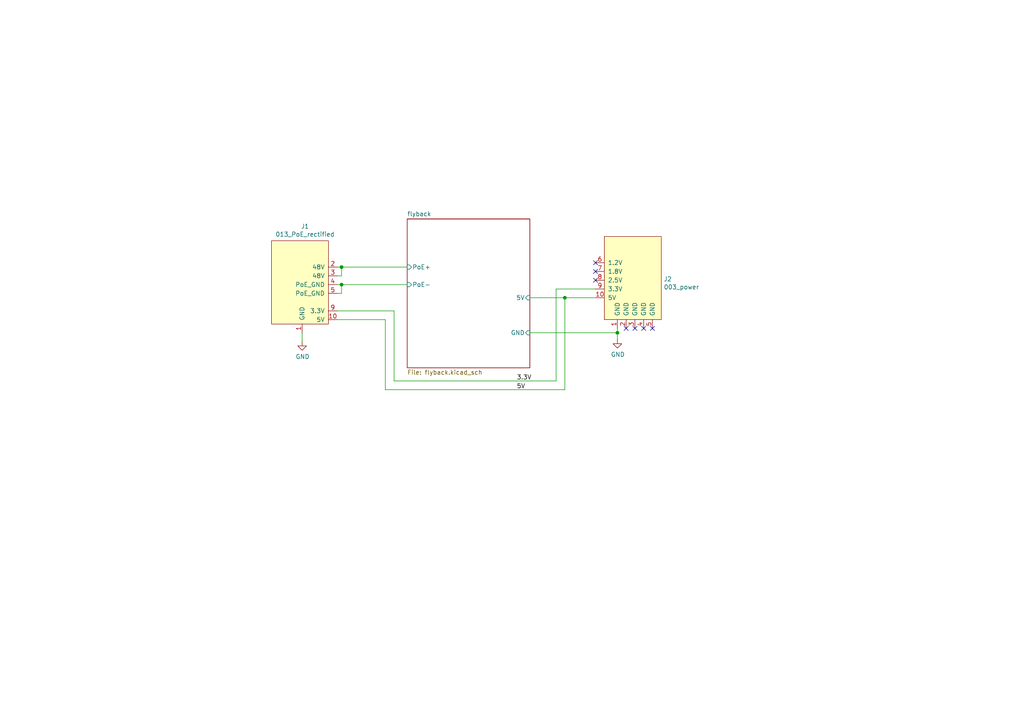
<source format=kicad_sch>
(kicad_sch (version 20211123) (generator eeschema)

  (uuid c201e1b2-fc01-4110-bdaa-a33290468c83)

  (paper "A4")

  (lib_symbols
    (symbol "power:GND" (power) (pin_names (offset 0)) (in_bom yes) (on_board yes)
      (property "Reference" "#PWR" (id 0) (at 0 -6.35 0)
        (effects (font (size 1.27 1.27)) hide)
      )
      (property "Value" "GND" (id 1) (at 0 -3.81 0)
        (effects (font (size 1.27 1.27)))
      )
      (property "Footprint" "" (id 2) (at 0 0 0)
        (effects (font (size 1.27 1.27)) hide)
      )
      (property "Datasheet" "" (id 3) (at 0 0 0)
        (effects (font (size 1.27 1.27)) hide)
      )
      (property "ki_keywords" "power-flag" (id 4) (at 0 0 0)
        (effects (font (size 1.27 1.27)) hide)
      )
      (property "ki_description" "Power symbol creates a global label with name \"GND\" , ground" (id 5) (at 0 0 0)
        (effects (font (size 1.27 1.27)) hide)
      )
      (symbol "GND_0_1"
        (polyline
          (pts
            (xy 0 0)
            (xy 0 -1.27)
            (xy 1.27 -1.27)
            (xy 0 -2.54)
            (xy -1.27 -1.27)
            (xy 0 -1.27)
          )
          (stroke (width 0) (type default) (color 0 0 0 0))
          (fill (type none))
        )
      )
      (symbol "GND_1_1"
        (pin power_in line (at 0 0 270) (length 0) hide
          (name "GND" (effects (font (size 1.27 1.27))))
          (number "1" (effects (font (size 1.27 1.27))))
        )
      )
    )
    (symbol "put_on_edge:003_power" (pin_names (offset 1.016)) (in_bom yes) (on_board yes)
      (property "Reference" "J" (id 0) (at -2.54 13.97 0)
        (effects (font (size 1.27 1.27)))
      )
      (property "Value" "003_power" (id 1) (at 8.89 13.97 0)
        (effects (font (size 1.27 1.27)))
      )
      (property "Footprint" "" (id 2) (at 7.62 16.51 0)
        (effects (font (size 1.27 1.27)) hide)
      )
      (property "Datasheet" "" (id 3) (at 7.62 16.51 0)
        (effects (font (size 1.27 1.27)) hide)
      )
      (symbol "003_power_0_1"
        (rectangle (start -8.89 12.7) (end 7.62 -11.43)
          (stroke (width 0) (type default) (color 0 0 0 0))
          (fill (type background))
        )
      )
      (symbol "003_power_1_1"
        (pin power_in line (at -5.08 -13.97 90) (length 2.54)
          (name "GND" (effects (font (size 1.27 1.27))))
          (number "1" (effects (font (size 1.27 1.27))))
        )
        (pin power_out line (at -11.43 -5.08 0) (length 2.54)
          (name "5V" (effects (font (size 1.27 1.27))))
          (number "10" (effects (font (size 1.27 1.27))))
        )
        (pin power_in line (at -2.54 -13.97 90) (length 2.54)
          (name "GND" (effects (font (size 1.27 1.27))))
          (number "2" (effects (font (size 1.27 1.27))))
        )
        (pin power_in line (at 0 -13.97 90) (length 2.54)
          (name "GND" (effects (font (size 1.27 1.27))))
          (number "3" (effects (font (size 1.27 1.27))))
        )
        (pin power_in line (at 2.54 -13.97 90) (length 2.54)
          (name "GND" (effects (font (size 1.27 1.27))))
          (number "4" (effects (font (size 1.27 1.27))))
        )
        (pin power_in line (at 5.08 -13.97 90) (length 2.54)
          (name "GND" (effects (font (size 1.27 1.27))))
          (number "5" (effects (font (size 1.27 1.27))))
        )
        (pin power_out line (at -11.43 5.08 0) (length 2.54)
          (name "1.2V" (effects (font (size 1.27 1.27))))
          (number "6" (effects (font (size 1.27 1.27))))
        )
        (pin power_out line (at -11.43 2.54 0) (length 2.54)
          (name "1.8V" (effects (font (size 1.27 1.27))))
          (number "7" (effects (font (size 1.27 1.27))))
        )
        (pin power_out line (at -11.43 0 0) (length 2.54)
          (name "2.5V" (effects (font (size 1.27 1.27))))
          (number "8" (effects (font (size 1.27 1.27))))
        )
        (pin power_out line (at -11.43 -2.54 0) (length 2.54)
          (name "3.3V" (effects (font (size 1.27 1.27))))
          (number "9" (effects (font (size 1.27 1.27))))
        )
      )
    )
    (symbol "put_on_edge:013_PoE_rectified" (pin_names (offset 1.016)) (in_bom yes) (on_board yes)
      (property "Reference" "J" (id 0) (at -2.54 13.97 0)
        (effects (font (size 1.27 1.27)))
      )
      (property "Value" "013_PoE_rectified" (id 1) (at 8.89 13.97 0)
        (effects (font (size 1.27 1.27)))
      )
      (property "Footprint" "" (id 2) (at 7.62 16.51 0)
        (effects (font (size 1.27 1.27)) hide)
      )
      (property "Datasheet" "" (id 3) (at 7.62 16.51 0)
        (effects (font (size 1.27 1.27)) hide)
      )
      (symbol "013_PoE_rectified_0_1"
        (rectangle (start -8.89 12.7) (end 7.62 -11.43)
          (stroke (width 0) (type default) (color 0 0 0 0))
          (fill (type background))
        )
      )
      (symbol "013_PoE_rectified_1_1"
        (pin power_in line (at -1.27 -13.97 90) (length 2.54)
          (name "GND" (effects (font (size 1.27 1.27))))
          (number "1" (effects (font (size 1.27 1.27))))
        )
        (pin power_in line (at -11.43 -10.16 0) (length 2.54)
          (name "5V" (effects (font (size 1.27 1.27))))
          (number "10" (effects (font (size 1.27 1.27))))
        )
        (pin bidirectional line (at -11.43 5.08 0) (length 2.54)
          (name "48V" (effects (font (size 1.27 1.27))))
          (number "2" (effects (font (size 1.27 1.27))))
        )
        (pin bidirectional line (at -11.43 2.54 0) (length 2.54)
          (name "48V" (effects (font (size 1.27 1.27))))
          (number "3" (effects (font (size 1.27 1.27))))
        )
        (pin power_in line (at -11.43 0 0) (length 2.54)
          (name "PoE_GND" (effects (font (size 1.27 1.27))))
          (number "4" (effects (font (size 1.27 1.27))))
        )
        (pin power_in line (at -11.43 -2.54 0) (length 2.54)
          (name "PoE_GND" (effects (font (size 1.27 1.27))))
          (number "5" (effects (font (size 1.27 1.27))))
        )
        (pin power_in line (at -11.43 -7.62 0) (length 2.54)
          (name "3.3V" (effects (font (size 1.27 1.27))))
          (number "9" (effects (font (size 1.27 1.27))))
        )
      )
    )
  )

  (junction (at 163.83 86.36) (diameter 0) (color 0 0 0 0)
    (uuid 7f3f9e02-e2e0-47fb-ae52-05e26a2d1c8c)
  )
  (junction (at 179.07 96.52) (diameter 0) (color 0 0 0 0)
    (uuid 983c426c-24e0-4c65-ab69-1f1824adc5c6)
  )
  (junction (at 99.06 77.47) (diameter 0) (color 0 0 0 0)
    (uuid d707b74b-4dec-48a9-8039-266a76361d0a)
  )
  (junction (at 99.06 82.55) (diameter 0) (color 0 0 0 0)
    (uuid ffab2978-1b21-467b-a6a7-7aab484e4af5)
  )

  (no_connect (at 172.72 78.74) (uuid 46918595-4a45-48e8-84c0-961b4db7f35f))
  (no_connect (at 181.61 95.25) (uuid 67097f79-22ac-4f21-a745-4196cb717190))
  (no_connect (at 184.15 95.25) (uuid 67097f79-22ac-4f21-a745-4196cb717191))
  (no_connect (at 186.69 95.25) (uuid 67097f79-22ac-4f21-a745-4196cb717192))
  (no_connect (at 189.23 95.25) (uuid 67097f79-22ac-4f21-a745-4196cb717193))
  (no_connect (at 172.72 81.28) (uuid 9ccf03e8-755a-4cd9-96fc-30e1d08fa253))
  (no_connect (at 172.72 76.2) (uuid a795f1ba-cdd5-4cc5-9a52-08586e982934))

  (wire (pts (xy 111.76 113.03) (xy 163.83 113.03))
    (stroke (width 0) (type default) (color 0 0 0 0))
    (uuid 0994b634-c498-467d-9909-5c90090838ba)
  )
  (wire (pts (xy 179.07 96.52) (xy 179.07 95.25))
    (stroke (width 0) (type default) (color 0 0 0 0))
    (uuid 13abf99d-5265-4779-8973-e94370fd18ff)
  )
  (wire (pts (xy 97.79 85.09) (xy 99.06 85.09))
    (stroke (width 0) (type default) (color 0 0 0 0))
    (uuid 44432a04-dc9e-4d0e-b77a-d76aaabe51f6)
  )
  (wire (pts (xy 97.79 80.01) (xy 99.06 80.01))
    (stroke (width 0) (type default) (color 0 0 0 0))
    (uuid 4f246869-7f99-4bdf-8bd5-a2e41e6cb64a)
  )
  (wire (pts (xy 99.06 82.55) (xy 118.11 82.55))
    (stroke (width 0) (type default) (color 0 0 0 0))
    (uuid 53122948-9424-490f-a5a9-c91e4883af76)
  )
  (wire (pts (xy 161.29 83.82) (xy 172.72 83.82))
    (stroke (width 0) (type default) (color 0 0 0 0))
    (uuid 62f380ba-1f1e-41d3-98f7-117069b42a71)
  )
  (wire (pts (xy 161.29 110.49) (xy 161.29 83.82))
    (stroke (width 0) (type default) (color 0 0 0 0))
    (uuid 6ce91de4-bbc4-4573-b1a4-074ce48acc06)
  )
  (wire (pts (xy 179.07 96.52) (xy 153.67 96.52))
    (stroke (width 0) (type default) (color 0 0 0 0))
    (uuid 6e105729-aba0-497c-a99e-c32d2b3ddb6d)
  )
  (wire (pts (xy 111.76 92.71) (xy 111.76 113.03))
    (stroke (width 0) (type default) (color 0 0 0 0))
    (uuid 75a0952d-024f-4b52-bb6f-f208dcdda2eb)
  )
  (wire (pts (xy 87.63 96.52) (xy 87.63 99.06))
    (stroke (width 0) (type default) (color 0 0 0 0))
    (uuid 7979098d-9a36-4e45-87d5-0ecb96b584a0)
  )
  (wire (pts (xy 114.3 90.17) (xy 114.3 110.49))
    (stroke (width 0) (type default) (color 0 0 0 0))
    (uuid 88e27125-565a-412c-9944-ebc3c173e53a)
  )
  (wire (pts (xy 114.3 110.49) (xy 161.29 110.49))
    (stroke (width 0) (type default) (color 0 0 0 0))
    (uuid 91e29624-03bf-4de9-a07e-070373144a9f)
  )
  (wire (pts (xy 97.79 90.17) (xy 114.3 90.17))
    (stroke (width 0) (type default) (color 0 0 0 0))
    (uuid 9bc3d7ae-e309-4748-86c8-20c95047cccd)
  )
  (wire (pts (xy 97.79 77.47) (xy 99.06 77.47))
    (stroke (width 0) (type default) (color 0 0 0 0))
    (uuid afa92cc5-ac5b-4359-a0a6-cae42693f457)
  )
  (wire (pts (xy 97.79 82.55) (xy 99.06 82.55))
    (stroke (width 0) (type default) (color 0 0 0 0))
    (uuid b7355e36-8e6e-4eb5-80cc-8551da57cc80)
  )
  (wire (pts (xy 163.83 86.36) (xy 172.72 86.36))
    (stroke (width 0) (type default) (color 0 0 0 0))
    (uuid c0e274a1-432c-4773-91a5-fdd1d7811bdb)
  )
  (wire (pts (xy 153.67 86.36) (xy 163.83 86.36))
    (stroke (width 0) (type default) (color 0 0 0 0))
    (uuid c1d83899-e380-49f9-a87d-8e78bc089ebf)
  )
  (wire (pts (xy 99.06 85.09) (xy 99.06 82.55))
    (stroke (width 0) (type default) (color 0 0 0 0))
    (uuid c201fce5-f80c-4c4f-aad2-3ee6d9702385)
  )
  (wire (pts (xy 99.06 80.01) (xy 99.06 77.47))
    (stroke (width 0) (type default) (color 0 0 0 0))
    (uuid cd2ce4ad-2b77-42e3-9b16-2f8ae41f3f7f)
  )
  (wire (pts (xy 163.83 113.03) (xy 163.83 86.36))
    (stroke (width 0) (type default) (color 0 0 0 0))
    (uuid d0742fa9-28d6-48a2-bf49-b7283487a9ea)
  )
  (wire (pts (xy 179.07 98.425) (xy 179.07 96.52))
    (stroke (width 0) (type default) (color 0 0 0 0))
    (uuid dd00c2e1-6027-4717-b312-4fab3ee52002)
  )
  (wire (pts (xy 99.06 77.47) (xy 118.11 77.47))
    (stroke (width 0) (type default) (color 0 0 0 0))
    (uuid ed3e4644-b6af-491d-b719-f050e8bae081)
  )
  (wire (pts (xy 97.79 92.71) (xy 111.76 92.71))
    (stroke (width 0) (type default) (color 0 0 0 0))
    (uuid fa4915ab-8176-4bb9-a751-31a4d8a8ea4b)
  )

  (label "3.3V" (at 149.86 110.49 0)
    (effects (font (size 1.27 1.27)) (justify left bottom))
    (uuid 41daa294-d5f7-425f-92d5-172952763c90)
  )
  (label "5V" (at 149.86 113.03 0)
    (effects (font (size 1.27 1.27)) (justify left bottom))
    (uuid 78524e1e-8d27-45a8-8025-9df6ac5718b4)
  )

  (symbol (lib_id "put_on_edge:013_PoE_rectified") (at 86.36 82.55 0) (mirror y) (unit 1)
    (in_bom yes) (on_board yes)
    (uuid 00000000-0000-0000-0000-00006083a976)
    (property "Reference" "J1" (id 0) (at 88.4682 65.659 0))
    (property "Value" "013_PoE_rectified" (id 1) (at 88.4682 67.9704 0))
    (property "Footprint" "on_edge:on_edge_2x05_device" (id 2) (at 78.74 66.04 0)
      (effects (font (size 1.27 1.27)) hide)
    )
    (property "Datasheet" "" (id 3) (at 78.74 66.04 0)
      (effects (font (size 1.27 1.27)) hide)
    )
    (pin "1" (uuid 88016f71-1e82-4f81-8b78-f9f955b8f999))
    (pin "10" (uuid 991f15fc-f839-4de5-9023-6a13ea2ad14e))
    (pin "2" (uuid 1080c9d6-abd6-4dfc-b35f-fc4433037cdf))
    (pin "3" (uuid c50d6d45-acbd-41da-8eee-ed879a037d0f))
    (pin "4" (uuid e82879b1-7983-4342-85c0-816b129eca36))
    (pin "5" (uuid 3ea7cf9a-7cd7-40df-8747-1c9a94565946))
    (pin "9" (uuid e33eb8dc-2fd5-463f-b2be-6d2b09d266e4))
  )

  (symbol (lib_id "power:GND") (at 179.07 98.425 0) (unit 1)
    (in_bom yes) (on_board yes)
    (uuid 00000000-0000-0000-0000-00006083e083)
    (property "Reference" "#PWR0103" (id 0) (at 179.07 104.775 0)
      (effects (font (size 1.27 1.27)) hide)
    )
    (property "Value" "GND" (id 1) (at 179.197 102.8192 0))
    (property "Footprint" "" (id 2) (at 179.07 98.425 0)
      (effects (font (size 1.27 1.27)) hide)
    )
    (property "Datasheet" "" (id 3) (at 179.07 98.425 0)
      (effects (font (size 1.27 1.27)) hide)
    )
    (pin "1" (uuid 4f0e50be-0a57-4491-920a-ba2ba731d912))
  )

  (symbol (lib_id "put_on_edge:003_power") (at 184.15 81.28 0) (unit 1)
    (in_bom yes) (on_board yes)
    (uuid 00000000-0000-0000-0000-0000609e43df)
    (property "Reference" "J2" (id 0) (at 192.4812 80.9498 0)
      (effects (font (size 1.27 1.27)) (justify left))
    )
    (property "Value" "003_power" (id 1) (at 192.4812 83.2612 0)
      (effects (font (size 1.27 1.27)) (justify left))
    )
    (property "Footprint" "on_edge:on_edge_2x05_host" (id 2) (at 191.77 64.77 0)
      (effects (font (size 1.27 1.27)) hide)
    )
    (property "Datasheet" "" (id 3) (at 191.77 64.77 0)
      (effects (font (size 1.27 1.27)) hide)
    )
    (pin "1" (uuid 9f87cf06-301f-4a20-87b4-d74783cac74d))
    (pin "10" (uuid 8c54e534-a307-4dba-9183-66c54b048a47))
    (pin "2" (uuid 6a15f517-8cc8-4d42-aaa4-3437a91011ef))
    (pin "3" (uuid 56436916-a20e-46de-98dc-e2c89c7eb748))
    (pin "4" (uuid 20444f97-e45b-469f-a7d2-1b5236c48be7))
    (pin "5" (uuid f76c7da0-c369-4a60-aef9-41e7177d2a72))
    (pin "6" (uuid d0e74642-b451-4818-8635-6c6460d97fb7))
    (pin "7" (uuid 30d85a32-d0ad-4899-8850-d1d127a88999))
    (pin "8" (uuid 40d58b0e-552e-4a54-b994-307438ca7db1))
    (pin "9" (uuid 5f29633f-4a94-4e95-b9bc-1f5f986d7f65))
  )

  (symbol (lib_id "power:GND") (at 87.63 99.06 0) (unit 1)
    (in_bom yes) (on_board yes)
    (uuid 9ed296a8-77f1-43ed-921f-b9716fb63b9a)
    (property "Reference" "#PWR0101" (id 0) (at 87.63 105.41 0)
      (effects (font (size 1.27 1.27)) hide)
    )
    (property "Value" "GND" (id 1) (at 87.757 103.4542 0))
    (property "Footprint" "" (id 2) (at 87.63 99.06 0)
      (effects (font (size 1.27 1.27)) hide)
    )
    (property "Datasheet" "" (id 3) (at 87.63 99.06 0)
      (effects (font (size 1.27 1.27)) hide)
    )
    (pin "1" (uuid 771f64f6-0108-4d27-9b49-5c29b6d8481e))
  )

  (sheet (at 118.11 63.5) (size 35.56 43.18) (fields_autoplaced)
    (stroke (width 0) (type solid) (color 0 0 0 0))
    (fill (color 0 0 0 0.0000))
    (uuid 00000000-0000-0000-0000-00006083c3a8)
    (property "Sheet name" "flyback" (id 0) (at 118.11 62.7884 0)
      (effects (font (size 1.27 1.27)) (justify left bottom))
    )
    (property "Sheet file" "flyback.kicad_sch" (id 1) (at 118.11 107.2646 0)
      (effects (font (size 1.27 1.27)) (justify left top))
    )
    (pin "5V" input (at 153.67 86.36 0)
      (effects (font (size 1.27 1.27)) (justify right))
      (uuid c801d42e-dd94-493e-bd2f-6c3ddad43f55)
    )
    (pin "GND" input (at 153.67 96.52 0)
      (effects (font (size 1.27 1.27)) (justify right))
      (uuid 3172f2e2-18d2-4a80-ae30-5707b3409798)
    )
    (pin "PoE+" input (at 118.11 77.47 180)
      (effects (font (size 1.27 1.27)) (justify left))
      (uuid 2710772f-dc3b-474c-b473-6390310fff88)
    )
    (pin "PoE-" input (at 118.11 82.55 180)
      (effects (font (size 1.27 1.27)) (justify left))
      (uuid 62643a7b-e663-4795-bb1d-37f4e9609609)
    )
  )

  (sheet_instances
    (path "/" (page "1"))
    (path "/00000000-0000-0000-0000-00006083c3a8" (page "2"))
  )

  (symbol_instances
    (path "/9ed296a8-77f1-43ed-921f-b9716fb63b9a"
      (reference "#PWR0101") (unit 1) (value "GND") (footprint "")
    )
    (path "/00000000-0000-0000-0000-00006083e083"
      (reference "#PWR0103") (unit 1) (value "GND") (footprint "")
    )
    (path "/00000000-0000-0000-0000-00006083c3a8/00000000-0000-0000-0000-000060a06e25"
      (reference "C1") (unit 1) (value "100n") (footprint "Capacitor_SMD:C_0603_1608Metric")
    )
    (path "/00000000-0000-0000-0000-00006083c3a8/00000000-0000-0000-0000-000060a1ec7f"
      (reference "C2") (unit 1) (value "1uF") (footprint "Capacitor_SMD:C_0603_1608Metric")
    )
    (path "/00000000-0000-0000-0000-00006083c3a8/00000000-0000-0000-0000-000060bc6c5f"
      (reference "C3") (unit 1) (value "2.2uF") (footprint "Capacitor_SMD:C_1210_3225Metric")
    )
    (path "/00000000-0000-0000-0000-00006083c3a8/00000000-0000-0000-0000-000060bdccdb"
      (reference "C4") (unit 1) (value "10uF") (footprint "Capacitor_SMD:C_1210_3225Metric")
    )
    (path "/00000000-0000-0000-0000-00006083c3a8/6c14ecc2-d250-415e-97cc-afd6fd72ffdd"
      (reference "C5") (unit 1) (value "1nF") (footprint "Capacitor_SMD:C_0603_1608Metric")
    )
    (path "/00000000-0000-0000-0000-00006083c3a8/fec6969a-2e15-4705-b225-ab89f6caa607"
      (reference "C6") (unit 1) (value "47uF") (footprint "Capacitor_SMD:C_1210_3225Metric")
    )
    (path "/00000000-0000-0000-0000-00006083c3a8/941009ef-27bc-46a0-81e8-c50c62b69c8e"
      (reference "C7") (unit 1) (value "47uF") (footprint "Capacitor_SMD:C_1210_3225Metric")
    )
    (path "/00000000-0000-0000-0000-00006083c3a8/2450016b-aa1c-43b2-8256-f2591e874787"
      (reference "C8") (unit 1) (value "220uF") (footprint "Capacitor_SMD:CP_Elec_10x10.5")
    )
    (path "/00000000-0000-0000-0000-00006083c3a8/8f48a532-dbc1-4deb-9f73-d55edbb9ede9"
      (reference "C9") (unit 1) (value "10n") (footprint "Capacitor_SMD:C_0805_2012Metric")
    )
    (path "/00000000-0000-0000-0000-00006083c3a8/0b5fb9e3-6974-4d1c-beeb-a93c323690ee"
      (reference "C10") (unit 1) (value "1nF") (footprint "Capacitor_SMD:C_1825_4564Metric")
    )
    (path "/00000000-0000-0000-0000-00006083c3a8/977a8cce-e5bb-456d-b0a0-220f909c6153"
      (reference "D1") (unit 1) (value "1N4148") (footprint "Diode_SMD:D_SOD-323")
    )
    (path "/00000000-0000-0000-0000-00006083c3a8/e1e29c75-834c-4aa3-8d24-9ecd1146bca9"
      (reference "D2") (unit 1) (value "SBR8U60P5-7") (footprint "Diode_SMD:D_PowerDI-5")
    )
    (path "/00000000-0000-0000-0000-00006083c3a8/17a79790-77e9-46c9-96ec-9972c902d06e"
      (reference "D3") (unit 1) (value "BAV21") (footprint "Diode_SMD:D_SOD-323_HandSoldering")
    )
    (path "/00000000-0000-0000-0000-00006083a976"
      (reference "J1") (unit 1) (value "013_PoE_rectified") (footprint "on_edge:on_edge_2x05_device")
    )
    (path "/00000000-0000-0000-0000-0000609e43df"
      (reference "J2") (unit 1) (value "003_power") (footprint "on_edge:on_edge_2x05_host")
    )
    (path "/00000000-0000-0000-0000-00006083c3a8/4cede1f9-feab-4d64-94a8-4377200e4073"
      (reference "R1") (unit 1) (value "5.1k") (footprint "Resistor_SMD:R_0603_1608Metric")
    )
    (path "/00000000-0000-0000-0000-00006083c3a8/829fe45f-4f2a-494b-aa76-279476c8d8dc"
      (reference "R2") (unit 1) (value "20k") (footprint "Resistor_SMD:R_0603_1608Metric")
    )
    (path "/00000000-0000-0000-0000-00006083c3a8/00000000-0000-0000-0000-000060a08fa6"
      (reference "R3") (unit 1) (value "41.2R") (footprint "Resistor_SMD:R_0603_1608Metric")
    )
    (path "/00000000-0000-0000-0000-00006083c3a8/00000000-0000-0000-0000-000060a0839d"
      (reference "R4") (unit 1) (value "24.9k") (footprint "Resistor_SMD:R_0603_1608Metric")
    )
    (path "/00000000-0000-0000-0000-00006083c3a8/00000000-0000-0000-0000-000060a2372f"
      (reference "R5") (unit 1) (value "49.9k") (footprint "Resistor_SMD:R_0603_1608Metric")
    )
    (path "/00000000-0000-0000-0000-00006083c3a8/c2cd3993-73d9-41e5-b0f1-db67f319d603"
      (reference "R6") (unit 1) (value "110k") (footprint "Resistor_SMD:R_0603_1608Metric")
    )
    (path "/00000000-0000-0000-0000-00006083c3a8/18dc37b1-09ce-4dbd-b2fa-96b727679170"
      (reference "R7") (unit 1) (value "20R") (footprint "Resistor_SMD:R_0603_1608Metric")
    )
    (path "/00000000-0000-0000-0000-00006083c3a8/112858c4-2406-447d-851f-44d480665acf"
      (reference "R8") (unit 1) (value "10K") (footprint "Resistor_SMD:R_1206_3216Metric")
    )
    (path "/00000000-0000-0000-0000-00006083c3a8/00000000-0000-0000-0000-000060a0318a"
      (reference "U1") (unit 1) (value "MP8007") (footprint "Package_DFN_QFN:QFN-28-1EP_4x5mm_P0.5mm_EP2.65x3.65mm_ThermalVias")
    )
    (path "/00000000-0000-0000-0000-00006083c3a8/ca867fee-2925-4f3f-b30e-9d51d46ad5bb"
      (reference "U2") (unit 1) (value "POE13P-50L") (footprint "b075:Transformer_Coilcraft_POE13P")
    )
  )
)

</source>
